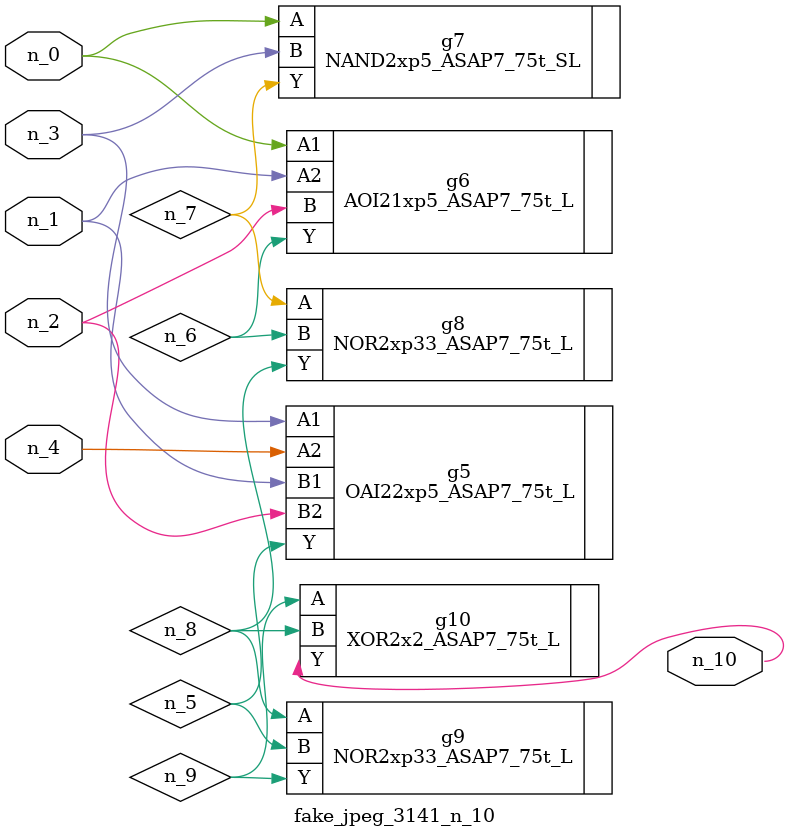
<source format=v>
module fake_jpeg_3141_n_10 (n_3, n_2, n_1, n_0, n_4, n_10);

input n_3;
input n_2;
input n_1;
input n_0;
input n_4;

output n_10;

wire n_8;
wire n_9;
wire n_6;
wire n_5;
wire n_7;

OAI22xp5_ASAP7_75t_L g5 ( 
.A1(n_3),
.A2(n_4),
.B1(n_1),
.B2(n_2),
.Y(n_5)
);

AOI21xp5_ASAP7_75t_L g6 ( 
.A1(n_0),
.A2(n_1),
.B(n_2),
.Y(n_6)
);

NAND2xp5_ASAP7_75t_SL g7 ( 
.A(n_0),
.B(n_3),
.Y(n_7)
);

NOR2xp33_ASAP7_75t_L g8 ( 
.A(n_7),
.B(n_6),
.Y(n_8)
);

NOR2xp33_ASAP7_75t_L g9 ( 
.A(n_8),
.B(n_5),
.Y(n_9)
);

XOR2x2_ASAP7_75t_L g10 ( 
.A(n_9),
.B(n_8),
.Y(n_10)
);


endmodule
</source>
